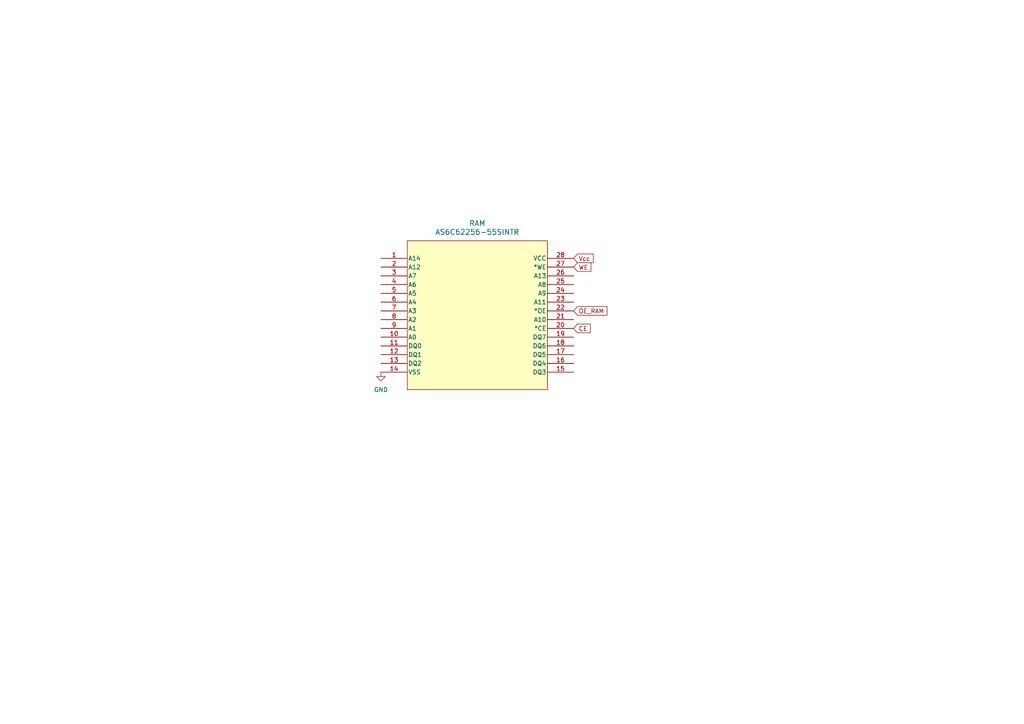
<source format=kicad_sch>
(kicad_sch (version 20250114) (generator "eeschema") (generator_version "9.0")
  (paper "A4")
  (lib_symbols
    (symbol "AS6C62256_55SIN:AS6C62256-55SINTR" (pin_names (offset 0.254))
      (property "Reference" "U" (at -6.35 24.13 0))
      (property "Value" "AS6C62256-55SINTR" (at -6.35 21.59 0))
      (symbol "AS6C62256-55SINTR_0_1"
        (polyline (pts (xy -26.67 19.05) (xy -26.67 -24.13)) (stroke (width 0.127)))
        (polyline (pts (xy -26.67 -24.13) (xy 13.97 -24.13)) (stroke (width 0.127)))
        (polyline (pts (xy 13.97 19.05) (xy -26.67 19.05)) (stroke (width 0.127)))
        (polyline (pts (xy 13.97 -24.13) (xy 13.97 19.05)) (stroke (width 0.127)))
        (pin input line (at -34.29 13.97 0) (length 7.62) (name "A14") (number "1"))
        (pin input line (at -34.29 11.43 0) (length 7.62) (name "A12") (number "2"))
        (pin input line (at -34.29 8.89 0) (length 7.62) (name "A7") (number "3"))
        (pin input line (at -34.29 6.35 0) (length 7.62) (name "A6") (number "4"))
        (pin input line (at -34.29 3.81 0) (length 7.62) (name "A5") (number "5"))
        (pin input line (at -34.29 1.27 0) (length 7.62) (name "A4") (number "6"))
        (pin input line (at -34.29 -1.27 0) (length 7.62) (name "A3") (number "7"))
        (pin input line (at -34.29 -3.81 0) (length 7.62) (name "A2") (number "8"))
        (pin input line (at -34.29 -6.35 0) (length 7.62) (name "A1") (number "9"))
        (pin input line (at -34.29 -8.89 0) (length 7.62) (name "A0") (number "10"))
        (pin bidirectional line (at -34.29 -11.43 0) (length 7.62) (name "DQ0") (number "11"))
        (pin bidirectional line (at -34.29 -13.97 0) (length 7.62) (name "DQ1") (number "12"))
        (pin bidirectional line (at -34.29 -16.51 0) (length 7.62) (name "DQ2") (number "13"))
        (pin power_in line (at -34.29 -19.05 0) (length 7.62) (name "VSS") (number "14"))
        (pin power_in line (at 21.59 13.97 180) (length 7.62) (name "VCC") (number "28"))
        (pin input line (at 21.59 11.43 180) (length 7.62) (name "*WE") (number "27"))
        (pin input line (at 21.59 8.89 180) (length 7.62) (name "A13") (number "26"))
        (pin input line (at 21.59 6.35 180) (length 7.62) (name "A8") (number "25"))
        (pin input line (at 21.59 3.81 180) (length 7.62) (name "A9") (number "24"))
        (pin input line (at 21.59 1.27 180) (length 7.62) (name "A11") (number "23"))
        (pin bidirectional line (at 21.59 -1.27 180) (length 7.62) (name "*OE") (number "22"))
        (pin input line (at 21.59 -3.81 180) (length 7.62) (name "A10") (number "21"))
        (pin input line (at 21.59 -6.35 180) (length 7.62) (name "*CE") (number "20"))
        (pin bidirectional line (at 21.59 -8.89 180) (length 7.62) (name "DQ7") (number "19"))
        (pin bidirectional line (at 21.59 -11.43 180) (length 7.62) (name "DQ6") (number "18"))
        (pin bidirectional line (at 21.59 -13.97 180) (length 7.62) (name "DQ5") (number "17"))
        (pin bidirectional line (at 21.59 -16.51 180) (length 7.62) (name "DQ4") (number "16"))
        (pin bidirectional line (at 21.59 -19.05 180) (length 7.62) (name "DQ3") (number "15"))
      )
      (symbol "AS6C62256-55SINTR_1_1"
        (rectangle (start -26.67 19.05) (end 13.97 -24.13) (fill (type background)))
      )
    )
    (symbol "power:GND" (power) (pin_numbers (hide yes)) (pin_names (offset 0) (hide yes))
      (property "Value" "GND" (at 0 -3.81 0))
      (symbol "GND_0_1"
        (polyline (pts (xy 0 0) (xy 0 -1.27) (xy 1.27 -1.27) (xy 0 -2.54) (xy -1.27 -1.27) (xy 0 -1.27)))
      )
      (symbol "GND_1_1"
        (pin power_in line (at 0 0 270) (length 0) (name "~") (number "1"))
      )
    )
  )
  (global_label "WE" (shape input) (at 166.37 77.47 0) (property "Intersheetrefs" "${INTERSHEET_REFS}" (effects (hide yes))))
  (global_label "CE" (shape input) (at 166.37 95.25 0) (property "Intersheetrefs" "${INTERSHEET_REFS}" (effects (hide yes))))
  (global_label "Vcc" (shape input) (at 166.37 74.93 0) (property "Intersheetrefs" "${INTERSHEET_REFS}" (effects (hide yes))))
  (global_label "OE_RAM" (shape input) (at 166.37 90.17 0) (property "Intersheetrefs" "${INTERSHEET_REFS}" (effects (hide yes))))
  (symbol (lib_id "power:GND") (at 110.49 107.95 0) (unit 1)
    (property "Reference" "#PWR010" (effects (hide yes)))
    (property "Value" "GND" (at 110.49 113.03 0))
    (property "Description" "Power symbol creates a global label with name \"GND\" , ground" (effects (hide yes)))
  )
  (symbol (lib_id "AS6C62256_55SIN:AS6C62256-55SINTR") (at 144.78 88.9 0) (unit 1)
    (property "Reference" "RAM" (at 138.43 64.77 0) (effects (font (size 1.524 1.524))))
    (property "Value" "AS6C62256-55SINTR" (at 138.43 67.31 0) (effects (font (size 1.524 1.524))))
    (property "Footprint" "SOP-28_MIL330_ALL" (effects (hide yes)))
    (property "Datasheet" "AS6C62256-55SINTR" (effects (hide yes)))
  )
)
</source>
